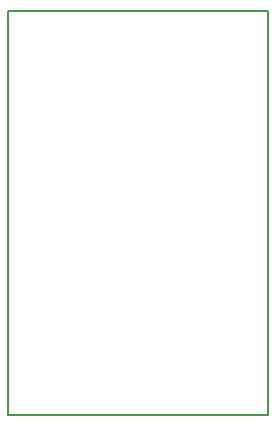
<source format=gm1>
G04 MADE WITH FRITZING*
G04 WWW.FRITZING.ORG*
G04 DOUBLE SIDED*
G04 HOLES PLATED*
G04 CONTOUR ON CENTER OF CONTOUR VECTOR*
%ASAXBY*%
%FSLAX23Y23*%
%MOIN*%
%OFA0B0*%
%SFA1.0B1.0*%
%ADD10R,0.877453X1.354120*%
%ADD11C,0.008000*%
%ADD10C,0.008*%
%LNCONTOUR*%
G90*
G70*
G54D10*
G54D11*
X4Y1350D02*
X873Y1350D01*
X873Y4D01*
X4Y4D01*
X4Y1350D01*
D02*
G04 End of contour*
M02*
</source>
